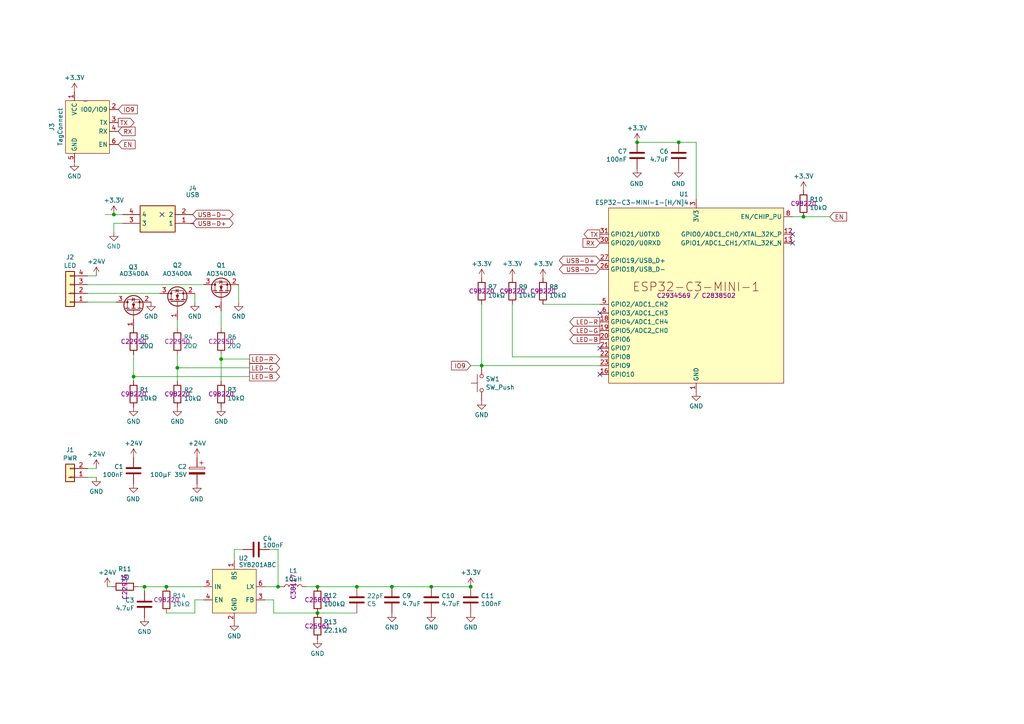
<source format=kicad_sch>
(kicad_sch (version 20250114) (generator "eeschema") (generator_version "9.0")
  (paper "A4")
  (lib_symbols
    (symbol "BM04B-SRSS-TB_LF__SN_:BM04B-SRSS-TB_LF__SN_"
      (property "Reference" "J" (at 16.51 7.62 0))
      (property "Value" "BM04B-SRSS-TB_LF__SN_" (at 16.51 5.08 0))
      (symbol "BM04B-SRSS-TB_LF__SN__1_1"
        (rectangle (start 5.08 2.54) (end 15.24 -5.08) (stroke (width 0.254)) (fill (type background)))
        (pin passive line (at 0 0 0) (length 5.08) (name "1") (number "1"))
        (pin passive line (at 0 -2.54 0) (length 5.08) (name "2") (number "2"))
        (pin passive line (at 20.32 0 180) (length 5.08) (name "3") (number "3"))
        (pin passive line (at 20.32 -2.54 180) (length 5.08) (name "4") (number "4"))
      )
    )
    (symbol "Connector_Generic:Conn_01x02" (pin_names (offset 1.016) (hide yes))
      (property "Reference" "J" (at 0 2.54 0))
      (property "Value" "Conn_01x02" (at 0 -5.08 0))
      (symbol "Conn_01x02_1_1"
        (rectangle (start -1.27 1.27) (end 1.27 -3.81) (stroke (width 0.254)) (fill (type background)))
        (rectangle (start -1.27 0.127) (end 0 -0.127) (stroke (width 0.1524)))
        (rectangle (start -1.27 -2.413) (end 0 -2.667) (stroke (width 0.1524)))
        (pin passive line (at -5.08 0 0) (length 3.81) (name "Pin_1") (number "1"))
        (pin passive line (at -5.08 -2.54 0) (length 3.81) (name "Pin_2") (number "2"))
      )
    )
    (symbol "Connector_Generic:Conn_01x04" (pin_names (offset 1.016) (hide yes))
      (property "Reference" "J" (at 0 5.08 0))
      (property "Value" "Conn_01x04" (at 0 -7.62 0))
      (symbol "Conn_01x04_1_1"
        (rectangle (start -1.27 3.81) (end 1.27 -6.35) (stroke (width 0.254)) (fill (type background)))
        (rectangle (start -1.27 2.667) (end 0 2.413) (stroke (width 0.1524)))
        (rectangle (start -1.27 0.127) (end 0 -0.127) (stroke (width 0.1524)))
        (rectangle (start -1.27 -2.413) (end 0 -2.667) (stroke (width 0.1524)))
        (rectangle (start -1.27 -4.953) (end 0 -5.207) (stroke (width 0.1524)))
        (pin passive line (at -5.08 2.54 0) (length 3.81) (name "Pin_1") (number "1"))
        (pin passive line (at -5.08 0 0) (length 3.81) (name "Pin_2") (number "2"))
        (pin passive line (at -5.08 -2.54 0) (length 3.81) (name "Pin_3") (number "3"))
        (pin passive line (at -5.08 -5.08 0) (length 3.81) (name "Pin_4") (number "4"))
      )
    )
    (symbol "Device:C" (pin_numbers (hide yes)) (pin_names (offset 0.254))
      (property "Reference" "C" (at 0.635 2.54 0))
      (property "Value" "C" (at 0.635 -2.54 0))
      (symbol "C_0_1"
        (polyline (pts (xy -2.032 0.762) (xy 2.032 0.762)) (stroke (width 0.508)))
        (polyline (pts (xy -2.032 -0.762) (xy 2.032 -0.762)) (stroke (width 0.508)))
      )
      (symbol "C_1_1"
        (pin passive line (at 0 3.81 270) (length 2.794) (name "~") (number "1"))
        (pin passive line (at 0 -3.81 90) (length 2.794) (name "~") (number "2"))
      )
    )
    (symbol "Device:C_Polarized" (pin_numbers (hide yes)) (pin_names (offset 0.254))
      (property "Reference" "C" (at 0.635 2.54 0))
      (property "Value" "C_Polarized" (at 0.635 -2.54 0))
      (symbol "C_Polarized_0_1"
        (rectangle (start -2.286 0.508) (end 2.286 1.016))
        (polyline (pts (xy -1.778 2.286) (xy -0.762 2.286)))
        (polyline (pts (xy -1.27 2.794) (xy -1.27 1.778)))
        (rectangle (start 2.286 -0.508) (end -2.286 -1.016) (fill (type outline)))
      )
      (symbol "C_Polarized_1_1"
        (pin passive line (at 0 3.81 270) (length 2.794) (name "~") (number "1"))
        (pin passive line (at 0 -3.81 90) (length 2.794) (name "~") (number "2"))
      )
    )
    (symbol "Device:L" (pin_numbers (hide yes)) (pin_names (offset 1.016) (hide yes))
      (property "Reference" "L" (at -1.27 0 90))
      (property "Value" "L" (at 1.905 0 90))
      (symbol "L_0_1"
        (arc (start 0 2.54) (mid 0.6323 1.905) (end 0 1.27))
        (arc (start 0 1.27) (mid 0.6323 0.635) (end 0 0))
        (arc (start 0 0) (mid 0.6323 -0.635) (end 0 -1.27))
        (arc (start 0 -1.27) (mid 0.6323 -1.905) (end 0 -2.54))
      )
      (symbol "L_1_1"
        (pin passive line (at 0 3.81 270) (length 1.27) (name "1") (number "1"))
        (pin passive line (at 0 -3.81 90) (length 1.27) (name "2") (number "2"))
      )
    )
    (symbol "Device:R" (pin_numbers (hide yes)) (pin_names (offset 0))
      (property "Reference" "R" (at 2.032 0 90))
      (property "Value" "R" (at 0 0 90))
      (symbol "R_0_1"
        (rectangle (start -1.016 -2.54) (end 1.016 2.54) (stroke (width 0.254)))
      )
      (symbol "R_1_1"
        (pin passive line (at 0 3.81 270) (length 1.27) (name "~") (number "1"))
        (pin passive line (at 0 -3.81 90) (length 1.27) (name "~") (number "2"))
      )
    )
    (symbol "PCM_Espressif:ESP32-C3-MINI-1"
      (property "Reference" "U" (at -25.4 30.48 0))
      (property "Value" "ESP32-C3-MINI-1" (at -25.4 27.94 0))
      (symbol "ESP32-C3-MINI-1_0_0"
        (text "ESP32-C3-MINI-1" (at 0 2.54 0) (effects (font (size 2.54 2.54))))
      )
      (symbol "ESP32-C3-MINI-1_0_1"
        (rectangle (start -25.4 25.4) (end 25.4 -25.4) (fill (type background)))
      )
      (symbol "ESP32-C3-MINI-1_1_1"
        (pin input line (at -27.94 22.86 0) (length 2.54) (name "EN/CHIP_PU") (number "8"))
        (pin bidirectional line (at -27.94 17.78 0) (length 2.54) (name "GPIO0/ADC1_CH0/XTAL_32K_P") (number "12"))
        (pin bidirectional line (at -27.94 15.24 0) (length 2.54) (name "GPIO1/ADC1_CH1/XTAL_32K_N") (number "13"))
        (pin no_connect line (at -25.4 10.16 0) (length 2.54) (hide yes) (name "NC") (number "4"))
        (pin no_connect line (at -25.4 7.62 0) (length 2.54) (hide yes) (name "NC") (number "7"))
        (pin no_connect line (at -25.4 5.08 0) (length 2.54) (hide yes) (name "NC") (number "9"))
        (pin no_connect line (at -25.4 2.54 0) (length 2.54) (hide yes) (name "NC") (number "10"))
        (pin no_connect line (at -25.4 0 0) (length 2.54) (hide yes) (name "NC") (number "15"))
        (pin no_connect line (at -25.4 -2.54 0) (length 2.54) (hide yes) (name "NC") (number "17"))
        (pin no_connect line (at -25.4 -5.08 0) (length 2.54) (hide yes) (name "NC") (number "24"))
        (pin no_connect line (at -25.4 -7.62 0) (length 2.54) (hide yes) (name "NC") (number "25"))
        (pin no_connect line (at -25.4 -10.16 0) (length 2.54) (hide yes) (name "NC") (number "28"))
        (pin no_connect line (at -25.4 -12.7 0) (length 2.54) (hide yes) (name "NC") (number "29"))
        (pin no_connect line (at -25.4 -15.24 0) (length 2.54) (hide yes) (name "NC") (number "32"))
        (pin no_connect line (at -25.4 -17.78 0) (length 2.54) (hide yes) (name "NC") (number "33"))
        (pin no_connect line (at -25.4 -20.32 0) (length 2.54) (hide yes) (name "NC") (number "34"))
        (pin no_connect line (at -25.4 -22.86 0) (length 2.54) (hide yes) (name "NC") (number "35"))
        (pin power_in line (at 0 27.94 270) (length 2.54) (name "3V3") (number "3"))
        (pin power_in line (at 0 -27.94 90) (length 2.54) (name "GND") (number "1"))
        (pin passive line (at 0 -27.94 90) (length 2.54) (hide yes) (name "GND") (number "11"))
        (pin passive line (at 0 -27.94 90) (length 2.54) (hide yes) (name "GND") (number "14"))
        (pin passive line (at 0 -27.94 90) (length 2.54) (hide yes) (name "GND") (number "2"))
        (pin passive line (at 0 -27.94 90) (length 2.54) (hide yes) (name "GND") (number "36"))
        (pin passive line (at 0 -27.94 90) (length 2.54) (hide yes) (name "GND") (number "37"))
        (pin passive line (at 0 -27.94 90) (length 2.54) (hide yes) (name "GND") (number "38"))
        (pin passive line (at 0 -27.94 90) (length 2.54) (hide yes) (name "GND") (number "39"))
        (pin passive line (at 0 -27.94 90) (length 2.54) (hide yes) (name "GND") (number "40"))
        (pin passive line (at 0 -27.94 90) (length 2.54) (hide yes) (name "GND") (number "41"))
        (pin passive line (at 0 -27.94 90) (length 2.54) (hide yes) (name "GND") (number "42"))
        (pin passive line (at 0 -27.94 90) (length 2.54) (hide yes) (name "GND") (number "43"))
        (pin passive line (at 0 -27.94 90) (length 2.54) (hide yes) (name "GND") (number "44"))
        (pin passive line (at 0 -27.94 90) (length 2.54) (hide yes) (name "GND") (number "45"))
        (pin passive line (at 0 -27.94 90) (length 2.54) (hide yes) (name "GND") (number "46"))
        (pin passive line (at 0 -27.94 90) (length 2.54) (hide yes) (name "GND") (number "47"))
        (pin passive line (at 0 -27.94 90) (length 2.54) (hide yes) (name "GND") (number "48"))
        (pin passive line (at 0 -27.94 90) (length 2.54) (hide yes) (name "GND") (number "49"))
        (pin passive line (at 0 -27.94 90) (length 2.54) (hide yes) (name "GND") (number "50"))
        (pin passive line (at 0 -27.94 90) (length 2.54) (hide yes) (name "GND") (number "51"))
        (pin passive line (at 0 -27.94 90) (length 2.54) (hide yes) (name "GND") (number "52"))
        (pin passive line (at 0 -27.94 90) (length 2.54) (hide yes) (name "GND") (number "53"))
        (pin bidirectional line (at 27.94 17.78 180) (length 2.54) (name "GPIO21/U0TXD") (number "31"))
        (pin bidirectional line (at 27.94 15.24 180) (length 2.54) (name "GPIO20/U0RXD") (number "30"))
        (pin bidirectional line (at 27.94 10.16 180) (length 2.54) (name "GPIO19/USB_D+") (number "27"))
        (pin bidirectional line (at 27.94 7.62 180) (length 2.54) (name "GPIO18/USB_D-") (number "26"))
        (pin bidirectional line (at 27.94 -2.54 180) (length 2.54) (name "GPIO2/ADC1_CH2") (number "5"))
        (pin bidirectional line (at 27.94 -5.08 180) (length 2.54) (name "GPIO3/ADC1_CH3") (number "6"))
        (pin bidirectional line (at 27.94 -7.62 180) (length 2.54) (name "GPIO4/ADC1_CH4") (number "18"))
        (pin bidirectional line (at 27.94 -10.16 180) (length 2.54) (name "GPIO5/ADC2_CH0") (number "19"))
        (pin bidirectional line (at 27.94 -12.7 180) (length 2.54) (name "GPIO6") (number "20"))
        (pin bidirectional line (at 27.94 -15.24 180) (length 2.54) (name "GPIO7") (number "21"))
        (pin bidirectional line (at 27.94 -17.78 180) (length 2.54) (name "GPIO8") (number "22"))
        (pin bidirectional line (at 27.94 -20.32 180) (length 2.54) (name "GPIO9") (number "23"))
        (pin bidirectional line (at 27.94 -22.86 180) (length 2.54) (name "GPIO10") (number "16"))
      )
    )
    (symbol "Switch:SW_Push" (pin_numbers (hide yes)) (pin_names (offset 1.016) (hide yes))
      (property "Reference" "SW" (at 1.27 2.54 0))
      (property "Value" "SW_Push" (at 0 -1.524 0))
      (symbol "SW_Push_0_1"
        (circle (center -2.032 0) (radius 0.508))
        (polyline (pts (xy 0 1.27) (xy 0 3.048)))
        (circle (center 2.032 0) (radius 0.508))
        (polyline (pts (xy 2.54 1.27) (xy -2.54 1.27)))
        (pin passive line (at -5.08 0 0) (length 2.54) (name "1") (number "1"))
        (pin passive line (at 5.08 0 180) (length 2.54) (name "2") (number "2"))
      )
    )
    (symbol "Transistor_FET:AO3400A" (pin_names (hide yes))
      (property "Reference" "Q" (at 5.08 1.905 0))
      (property "Value" "AO3400A" (at 5.08 0 0))
      (symbol "AO3400A_0_1"
        (polyline (pts (xy 0.254 1.905) (xy 0.254 -1.905)) (stroke (width 0.254)))
        (polyline (pts (xy 0.254 0) (xy -2.54 0)))
        (polyline (pts (xy 0.762 2.286) (xy 0.762 1.27)) (stroke (width 0.254)))
        (polyline (pts (xy 0.762 0.508) (xy 0.762 -0.508)) (stroke (width 0.254)))
        (polyline (pts (xy 0.762 -1.27) (xy 0.762 -2.286)) (stroke (width 0.254)))
        (polyline (pts (xy 0.762 -1.778) (xy 3.302 -1.778) (xy 3.302 1.778) (xy 0.762 1.778)))
        (polyline (pts (xy 1.016 0) (xy 2.032 0.381) (xy 2.032 -0.381) (xy 1.016 0)) (fill (type outline)))
        (circle (center 1.651 0) (radius 2.794) (stroke (width 0.254)))
        (polyline (pts (xy 2.54 2.54) (xy 2.54 1.778)))
        (circle (center 2.54 1.778) (radius 0.254) (fill (type outline)))
        (circle (center 2.54 -1.778) (radius 0.254) (fill (type outline)))
        (polyline (pts (xy 2.54 -2.54) (xy 2.54 0) (xy 0.762 0)))
        (polyline (pts (xy 2.794 0.508) (xy 2.921 0.381) (xy 3.683 0.381) (xy 3.81 0.254)))
        (polyline (pts (xy 3.302 0.381) (xy 2.921 -0.254) (xy 3.683 -0.254) (xy 3.302 0.381)))
      )
      (symbol "AO3400A_1_1"
        (pin input line (at -5.08 0 0) (length 2.54) (name "G") (number "1"))
        (pin passive line (at 2.54 5.08 270) (length 2.54) (name "D") (number "3"))
        (pin passive line (at 2.54 -5.08 90) (length 2.54) (name "S") (number "2"))
      )
    )
    (symbol "caffeinated-labs:SY8201"
      (property "Reference" "U" (at 1.27 4.445 0))
      (property "Value" "SY8201ABC" (at 1.27 2.54 0))
      (symbol "SY8201_0_0"
        (pin power_in line (at -8.89 -3.81 0) (length 2.54) (name "IN") (number "5"))
        (pin input line (at -8.89 -7.62 0) (length 2.54) (name "EN") (number "4"))
        (pin input line (at 0 3.81 270) (length 2.54) (name "BS") (number "1"))
        (pin power_in line (at 0 -13.97 90) (length 2.54) (name "GND") (number "2"))
        (pin power_out line (at 8.89 -3.81 180) (length 2.54) (name "LX") (number "6"))
        (pin input line (at 8.89 -7.62 180) (length 2.54) (name "FB") (number "3"))
      )
      (symbol "SY8201_1_1"
        (rectangle (start -6.35 1.27) (end 6.35 -11.43) (fill (type background)))
      )
    )
    (symbol "caffeinated-labs:Tag-Connect-ESP"
      (property "Reference" "J" (at 0 1.27 0))
      (symbol "Tag-Connect-ESP_0_0"
        (pin power_in line (at -3.175 2.54 270) (length 2.54) (name "VCC") (number "1"))
        (pin power_in line (at -3.175 -17.78 90) (length 2.54) (name "GND") (number "5"))
      )
      (symbol "Tag-Connect-ESP_0_1"
        (rectangle (start -5.715 0) (end 6.985 -15.24) (fill (type background)))
      )
      (symbol "Tag-Connect-ESP_1_0"
        (pin output line (at 9.525 -2.54 180) (length 2.54) (name "IO0/IO9") (number "2"))
        (pin output line (at 9.525 -6.35 180) (length 2.54) (name "TX") (number "3"))
        (pin input line (at 9.525 -8.89 180) (length 2.54) (name "RX") (number "4"))
        (pin output line (at 9.525 -12.7 180) (length 2.54) (name "EN") (number "6"))
      )
    )
    (symbol "power:+24V" (power) (pin_names (offset 0))
      (property "Value" "+24V" (at 0 3.556 0))
      (symbol "+24V_0_1"
        (polyline (pts (xy -0.762 1.27) (xy 0 2.54)))
        (polyline (pts (xy 0 2.54) (xy 0.762 1.27)))
        (polyline (pts (xy 0 0) (xy 0 2.54)))
      )
      (symbol "+24V_1_1"
        (pin power_in line (at 0 0 90) (length 0) (hide yes) (name "+24V") (number "1"))
      )
    )
    (symbol "power:+3.3V" (power) (pin_names (offset 0))
      (property "Value" "+3.3V" (at 0 3.556 0))
      (symbol "+3.3V_0_1"
        (polyline (pts (xy -0.762 1.27) (xy 0 2.54)))
        (polyline (pts (xy 0 2.54) (xy 0.762 1.27)))
        (polyline (pts (xy 0 0) (xy 0 2.54)))
      )
      (symbol "+3.3V_1_1"
        (pin power_in line (at 0 0 90) (length 0) (hide yes) (name "+3.3V") (number "1"))
      )
    )
    (symbol "power:GND" (power) (pin_names (offset 0))
      (property "Value" "GND" (at 0 -3.81 0))
      (symbol "GND_0_1"
        (polyline (pts (xy 0 0) (xy 0 -1.27) (xy 1.27 -1.27) (xy 0 -2.54) (xy -1.27 -1.27) (xy 0 -1.27)))
      )
      (symbol "GND_1_1"
        (pin power_in line (at 0 0 270) (length 0) (hide yes) (name "GND") (number "1"))
      )
    )
  )
  (junction (at 139.7 106.045))
  (junction (at 41.91 170.18))
  (junction (at 233.045 62.865))
  (junction (at 64.135 104.14))
  (junction (at 136.525 170.18))
  (junction (at 113.665 170.18))
  (junction (at 33.02 62.23))
  (junction (at 103.505 170.18))
  (junction (at 92.075 177.8))
  (junction (at 125.095 170.18))
  (junction (at 38.735 109.22))
  (junction (at 196.85 41.275))
  (junction (at 184.785 41.275))
  (junction (at 51.435 106.68))
  (junction (at 92.075 170.18))
  (junction (at 48.26 170.18))
  (junction (at 80.645 170.18))
  (no_connect (at 173.99 100.965))
  (no_connect (at 229.87 67.945))
  (no_connect (at 173.99 108.585))
  (no_connect (at 229.87 70.485))
  (no_connect (at 173.99 90.805))
  (no_connect (at 46.99 62.23))
  (wire (pts (xy 79.375 173.99) (xy 76.835 173.99)))
  (wire (pts (xy 25.4 82.55) (xy 59.055 82.55)))
  (wire (pts (xy 25.4 135.89) (xy 27.94 135.89)))
  (wire (pts (xy 48.26 170.18) (xy 59.055 170.18)))
  (wire (pts (xy 40.005 170.18) (xy 41.91 170.18)))
  (wire (pts (xy 51.435 102.87) (xy 51.435 106.68)))
  (wire (pts (xy 25.4 138.43) (xy 27.94 138.43)))
  (wire (pts (xy 201.93 57.785) (xy 201.93 41.275)))
  (wire (pts (xy 51.435 106.68) (xy 72.39 106.68)))
  (wire (pts (xy 33.02 64.77) (xy 33.02 67.31)))
  (wire (pts (xy 64.135 104.14) (xy 72.39 104.14)))
  (wire (pts (xy 56.515 173.99) (xy 59.055 173.99)))
  (wire (pts (xy 38.735 109.22) (xy 72.39 109.22)))
  (wire (pts (xy 48.26 177.8) (xy 56.515 177.8)))
  (wire (pts (xy 233.045 62.865) (xy 240.665 62.865)))
  (wire (pts (xy 64.135 102.87) (xy 64.135 104.14)))
  (wire (pts (xy 56.515 85.09) (xy 56.515 87.63)))
  (wire (pts (xy 79.375 177.8) (xy 92.075 177.8)))
  (wire (pts (xy 25.4 87.63) (xy 33.655 87.63)))
  (wire (pts (xy 38.735 109.22) (xy 38.735 110.49)))
  (wire (pts (xy 76.835 170.18) (xy 80.645 170.18)))
  (wire (pts (xy 136.525 106.045) (xy 139.7 106.045)))
  (wire (pts (xy 33.02 62.23) (xy 35.56 62.23)))
  (wire (pts (xy 38.735 102.87) (xy 38.735 109.22)))
  (wire (pts (xy 41.91 170.18) (xy 48.26 170.18)))
  (wire (pts (xy 69.215 82.55) (xy 69.215 87.63)))
  (wire (pts (xy 79.375 177.8) (xy 79.375 173.99)))
  (wire (pts (xy 80.645 159.385) (xy 80.645 170.18)))
  (wire (pts (xy 30.48 62.23) (xy 33.02 62.23)))
  (wire (pts (xy 25.4 85.09) (xy 46.355 85.09)))
  (wire (pts (xy 103.505 170.18) (xy 113.665 170.18)))
  (wire (pts (xy 67.945 162.56) (xy 67.945 159.385)))
  (wire (pts (xy 31.115 170.18) (xy 32.385 170.18)))
  (wire (pts (xy 67.945 159.385) (xy 70.485 159.385)))
  (wire (pts (xy 51.435 92.71) (xy 51.435 95.25)))
  (wire (pts (xy 80.645 170.18) (xy 81.28 170.18)))
  (wire (pts (xy 184.785 41.275) (xy 196.85 41.275)))
  (wire (pts (xy 139.7 106.045) (xy 173.99 106.045)))
  (wire (pts (xy 51.435 106.68) (xy 51.435 110.49)))
  (wire (pts (xy 78.105 159.385) (xy 80.645 159.385)))
  (wire (pts (xy 201.93 41.275) (xy 196.85 41.275)))
  (wire (pts (xy 229.87 62.865) (xy 233.045 62.865)))
  (wire (pts (xy 25.4 80.01) (xy 27.94 80.01)))
  (wire (pts (xy 139.7 88.265) (xy 139.7 106.045)))
  (wire (pts (xy 157.48 88.265) (xy 173.99 88.265)))
  (wire (pts (xy 148.59 103.505) (xy 173.99 103.505)))
  (wire (pts (xy 64.135 104.14) (xy 64.135 110.49)))
  (wire (pts (xy 125.095 170.18) (xy 136.525 170.18)))
  (wire (pts (xy 113.665 170.18) (xy 125.095 170.18)))
  (wire (pts (xy 92.075 170.18) (xy 103.505 170.18)))
  (wire (pts (xy 33.02 64.77) (xy 35.56 64.77)))
  (wire (pts (xy 88.9 170.18) (xy 92.075 170.18)))
  (wire (pts (xy 148.59 103.505) (xy 148.59 88.265)))
  (wire (pts (xy 41.91 170.18) (xy 41.91 171.45)))
  (wire (pts (xy 64.135 90.17) (xy 64.135 95.25)))
  (wire (pts (xy 92.075 177.8) (xy 103.505 177.8)))
  (wire (pts (xy 56.515 177.8) (xy 56.515 173.99)))
  (global_label "RX" (shape input) (at 34.29 38.1 0) (property "Intersheetrefs" "${INTERSHEET_REFS}" (effects (hide yes))))
  (global_label "IO9" (shape input) (at 34.29 31.75 0) (property "Intersheetrefs" "${INTERSHEET_REFS}" (effects (hide yes))))
  (global_label "LED-R" (shape output) (at 173.99 93.345 180) (property "Intersheetrefs" "${INTERSHEET_REFS}" (effects (hide yes))))
  (global_label "EN" (shape input) (at 240.665 62.865 0) (property "Intersheetrefs" "${INTERSHEET_REFS}" (effects (hide yes))))
  (global_label "USB-D+" (shape bidirectional) (at 55.88 64.77 0) (property "Intersheetrefs" "${INTERSHEET_REFS}" (effects (hide yes))))
  (global_label "USB-D-" (shape bidirectional) (at 173.99 78.105 180) (property "Intersheetrefs" "${INTERSHEET_REFS}" (effects (hide yes))))
  (global_label "RX" (shape input) (at 173.99 70.485 180) (property "Intersheetrefs" "${INTERSHEET_REFS}" (effects (hide yes))))
  (global_label "LED-R" (shape output) (at 72.39 104.14 0) (property "Intersheetrefs" "${INTERSHEET_REFS}" (effects (hide yes))))
  (global_label "EN" (shape input) (at 34.29 41.91 0) (property "Intersheetrefs" "${INTERSHEET_REFS}" (effects (hide yes))))
  (global_label "LED-B" (shape output) (at 72.39 109.22 0) (property "Intersheetrefs" "${INTERSHEET_REFS}" (effects (hide yes))))
  (global_label "USB-D-" (shape bidirectional) (at 55.88 62.23 0) (property "Intersheetrefs" "${INTERSHEET_REFS}" (effects (hide yes))))
  (global_label "LED-G" (shape output) (at 173.99 95.885 180) (property "Intersheetrefs" "${INTERSHEET_REFS}" (effects (hide yes))))
  (global_label "TX" (shape output) (at 34.29 35.56 0) (property "Intersheetrefs" "${INTERSHEET_REFS}" (effects (hide yes))))
  (global_label "LED-B" (shape output) (at 173.99 98.425 180) (property "Intersheetrefs" "${INTERSHEET_REFS}" (effects (hide yes))))
  (global_label "LED-G" (shape output) (at 72.39 106.68 0) (property "Intersheetrefs" "${INTERSHEET_REFS}" (effects (hide yes))))
  (global_label "TX" (shape output) (at 173.99 67.945 180) (property "Intersheetrefs" "${INTERSHEET_REFS}" (effects (hide yes))))
  (global_label "USB-D+" (shape bidirectional) (at 173.99 75.565 180) (property "Intersheetrefs" "${INTERSHEET_REFS}" (effects (hide yes))))
  (global_label "IO9" (shape input) (at 136.525 106.045 180) (property "Intersheetrefs" "${INTERSHEET_REFS}" (effects (hide yes))))
  (symbol (lib_id "Device:C") (at 136.525 173.99 0) (unit 1)
    (property "Reference" "C11" (at 139.446 172.8216 0) (effects (justify left)))
    (property "Value" "100nF" (at 139.446 175.133 0) (effects (justify left)))
    (property "Footprint" "Capacitor_SMD:C_0603_1608Metric" (effects (hide yes)))
    (property "LCSC" "C14663" (effects (hide yes)))
  )
  (symbol (lib_id "Switch:SW_Push") (at 139.7 111.125 90) (unit 1)
    (property "Reference" "SW1" (at 140.843 109.9129 90) (effects (justify right)))
    (property "Value" "SW_Push" (at 140.843 112.3371 90) (effects (justify right)))
    (property "Footprint" "caffeinated-labs:YTS-C005" (effects (hide yes)))
    (property "Datasheet" "https://datasheet.lcsc.com/lcsc/2111221830_YIYUAN-YTS-C005-2H_C2910751.pdf" (effects (hide yes)))
    (property "LCSC" "C2910748" (effects (hide yes)))
  )
  (symbol (lib_id "Device:C") (at 196.85 45.085 0) (mirror y) (unit 1)
    (property "Reference" "C6" (at 193.929 43.9166 0) (effects (justify left)))
    (property "Value" "4.7uF" (at 193.929 46.228 0) (effects (justify left)))
    (property "Footprint" "Capacitor_SMD:C_0805_2012Metric" (effects (hide yes)))
    (property "LCSC" "C560882" (effects (hide yes)))
  )
  (symbol (lib_id "power:GND") (at 184.785 48.895 0) (mirror y) (unit 1)
    (property "Reference" "#PWR029" (effects (hide yes)))
    (property "Value" "GND" (at 184.658 53.2892 0))
  )
  (symbol (lib_id "power:+3.3V") (at 33.02 62.23 0) (mirror y) (unit 1)
    (property "Reference" "#PWR033" (effects (hide yes)))
    (property "Value" "+3.3V" (at 33.02 58.0969 0))
  )
  (symbol (lib_id "Device:C_Polarized") (at 57.15 136.525 0) (mirror y) (unit 1)
    (property "Reference" "C2" (at 54.229 135.3566 0) (effects (justify left)))
    (property "Value" "100µF 35V" (at 54.229 137.668 0) (effects (justify left)))
    (property "Footprint" "Capacitor_THT:CP_Radial_D6.3mm_P2.50mm" (effects (hide yes)))
    (property "LCSC" "C2831717" (effects (hide yes)))
  )
  (symbol (lib_id "power:GND") (at 38.735 118.11 0) (unit 1)
    (property "Reference" "#PWR04" (effects (hide yes)))
    (property "Value" "GND" (at 38.735 122.2431 0))
  )
  (symbol (lib_id "power:GND") (at 196.85 48.895 0) (mirror y) (unit 1)
    (property "Reference" "#PWR030" (effects (hide yes)))
    (property "Value" "GND" (at 196.723 53.2892 0))
  )
  (symbol (lib_id "Transistor_FET:AO3400A") (at 38.735 90.17 90) (unit 1)
    (property "Reference" "Q3" (at 40.005 77.47 90) (effects (justify left)))
    (property "Value" "AO3400A" (at 43.18 79.375 90) (effects (justify left)))
    (property "Footprint" "Package_TO_SOT_SMD:SOT-23" (effects (hide yes)))
    (property "Datasheet" "http://www.aosmd.com/pdfs/datasheet/AO3400A.pdf" (effects (hide yes)))
    (property "LCSC" "C347475" (effects (hide yes)))
  )
  (symbol (lib_id "power:GND") (at 67.945 180.34 0) (mirror y) (unit 1)
    (property "Reference" "#PWR027" (effects (hide yes)))
    (property "Value" "GND" (at 67.945 184.4731 0))
  )
  (symbol (lib_id "Connector_Generic:Conn_01x04") (at 20.32 85.09 180) (unit 1) (in_bom no)
    (property "Reference" "J2" (at 20.32 74.5957 0))
    (property "Value" "LED" (at 20.32 77.0199 0))
    (property "Footprint" "Connector_PinSocket_2.54mm:PinSocket_1x04_P2.54mm_Vertical" (effects (hide yes)))
    (property "LCSC" "-" (at 20.32 85.09 0))
  )
  (symbol (lib_id "Device:C") (at 74.295 159.385 270) (mirror x) (unit 1)
    (property "Reference" "C4" (at 76.2 156.21 90) (effects (justify left)))
    (property "Value" "100nF" (at 76.2 158.115 90) (effects (justify left)))
    (property "Footprint" "Capacitor_SMD:C_0603_1608Metric" (effects (hide yes)))
    (property "LCSC" "C14663" (effects (hide yes)))
  )
  (symbol (lib_id "power:GND") (at 136.525 177.8 0) (mirror y) (unit 1)
    (property "Reference" "#PWR032" (effects (hide yes)))
    (property "Value" "GND" (at 136.525 181.9331 0))
  )
  (symbol (lib_id "power:GND") (at 139.7 116.205 0) (mirror y) (unit 1)
    (property "Reference" "#PWR012" (effects (hide yes)))
    (property "Value" "GND" (at 139.7 120.3381 0))
  )
  (symbol (lib_id "Transistor_FET:AO3400A") (at 51.435 87.63 90) (unit 1)
    (property "Reference" "Q2" (at 51.435 76.9508 90))
    (property "Value" "AO3400A" (at 51.435 79.375 90))
    (property "Footprint" "Package_TO_SOT_SMD:SOT-23" (effects (hide yes)))
    (property "Datasheet" "http://www.aosmd.com/pdfs/datasheet/AO3400A.pdf" (effects (hide yes)))
    (property "LCSC" "C347475" (effects (hide yes)))
  )
  (symbol (lib_id "Device:R") (at 139.7 84.455 0) (unit 1)
    (property "Reference" "R7" (at 141.478 83.2429 0) (effects (justify left)))
    (property "Value" "10kΩ" (at 141.478 85.6671 0) (effects (justify left)))
    (property "Footprint" "Resistor_SMD:R_0603_1608Metric" (effects (hide yes)))
    (property "LCSC" "C98220" (at 139.7 84.455 0))
  )
  (symbol (lib_id "Connector_Generic:Conn_01x02") (at 20.32 138.43 180) (unit 1) (in_bom no)
    (property "Reference" "J1" (at 20.32 130.4757 0))
    (property "Value" "PWR" (at 20.32 132.8999 0))
    (property "Footprint" "Connector_PinSocket_2.54mm:PinSocket_1x02_P2.54mm_Vertical" (effects (hide yes)))
    (property "LCSC" "-" (at 20.32 138.43 0))
  )
  (symbol (lib_id "Device:C") (at 41.91 175.26 0) (mirror y) (unit 1)
    (property "Reference" "C3" (at 38.989 174.0916 0) (effects (justify left)))
    (property "Value" "4.7uF" (at 38.989 176.403 0) (effects (justify left)))
    (property "Footprint" "Capacitor_SMD:C_0805_2012Metric" (effects (hide yes)))
    (property "LCSC" "C560882" (effects (hide yes)))
  )
  (symbol (lib_id "Device:L") (at 85.09 170.18 90) (unit 1)
    (property "Reference" "L1" (at 85.09 165.5304 90))
    (property "Value" "10uH" (at 85.09 167.9546 90))
    (property "Footprint" "Inductor_SMD:L_Sunlord_SWPA4030S" (effects (hide yes)))
    (property "LCSC" "C38117" (at 85.09 170.18 0))
  )
  (symbol (lib_id "power:GND") (at 21.59 46.99 0) (unit 1)
    (property "Reference" "#PWR015" (effects (hide yes)))
    (property "Value" "GND" (at 21.59 51.1231 0))
  )
  (symbol (lib_id "power:GND") (at 69.215 87.63 0) (unit 1)
    (property "Reference" "#PWR09" (effects (hide yes)))
    (property "Value" "GND" (at 69.215 91.7631 0))
  )
  (symbol (lib_id "PCM_Espressif:ESP32-C3-MINI-1") (at 201.93 85.725 0) (mirror y) (unit 1)
    (property "Reference" "U1" (at 199.7359 56.3077 0) (effects (justify left)))
    (property "Value" "ESP32-C3-MINI-1-[H/N]4" (at 199.7359 58.7319 0) (effects (justify left)))
    (property "Footprint" "PCM_Espressif:ESP32-C3-MINI-1" (effects (hide yes)))
    (property "Datasheet" "https://www.espressif.com/sites/default/files/documentation/esp32-c3-mini-1_datasheet_en.pdf" (effects (hide yes)))
    (property "LCSC" "C2934569 / C2838502" (at 201.93 85.725 0))
  )
  (symbol (lib_id "power:+3.3V") (at 136.525 170.18 0) (unit 1)
    (property "Reference" "#PWR028" (effects (hide yes)))
    (property "Value" "+3.3V" (at 136.525 166.0469 0))
  )
  (symbol (lib_id "Device:R") (at 51.435 114.3 0) (unit 1)
    (property "Reference" "R2" (at 53.34 113.1458 0) (effects (justify left)))
    (property "Value" "10kΩ" (at 53.34 115.57 0) (effects (justify left)))
    (property "Footprint" "Resistor_SMD:R_0603_1608Metric" (effects (hide yes)))
    (property "LCSC" "C98220" (at 51.435 114.3 0))
  )
  (symbol (lib_id "power:+3.3V") (at 233.045 55.245 0) (unit 1)
    (property "Reference" "#PWR018" (effects (hide yes)))
    (property "Value" "+3.3V" (at 233.045 51.1119 0))
  )
  (symbol (lib_id "power:+24V") (at 57.15 132.715 0) (unit 1)
    (property "Reference" "#PWR022" (effects (hide yes)))
    (property "Value" "+24V" (at 57.15 128.5819 0))
  )
  (symbol (lib_id "power:GND") (at 33.02 67.31 0) (unit 1)
    (property "Reference" "#PWR034" (effects (hide yes)))
    (property "Value" "GND" (at 33.02 71.4431 0))
  )
  (symbol (lib_id "power:GND") (at 56.515 87.63 0) (unit 1)
    (property "Reference" "#PWR08" (effects (hide yes)))
    (property "Value" "GND" (at 56.515 91.7631 0))
  )
  (symbol (lib_id "power:GND") (at 113.665 177.8 0) (mirror y) (unit 1)
    (property "Reference" "#PWR025" (effects (hide yes)))
    (property "Value" "GND" (at 113.665 181.9331 0))
  )
  (symbol (lib_id "Device:R") (at 64.135 114.3 0) (unit 1)
    (property "Reference" "R3" (at 65.913 113.0879 0) (effects (justify left)))
    (property "Value" "10kΩ" (at 65.913 115.5121 0) (effects (justify left)))
    (property "Footprint" "Resistor_SMD:R_0603_1608Metric" (effects (hide yes)))
    (property "LCSC" "C98220" (at 64.135 114.3 0))
  )
  (symbol (lib_id "power:GND") (at 57.15 140.335 0) (mirror y) (unit 1)
    (property "Reference" "#PWR020" (effects (hide yes)))
    (property "Value" "GND" (at 57.023 144.7292 0))
  )
  (symbol (lib_id "power:+3.3V") (at 157.48 80.645 0) (unit 1)
    (property "Reference" "#PWR016" (effects (hide yes)))
    (property "Value" "+3.3V" (at 157.48 76.5119 0))
  )
  (symbol (lib_id "caffeinated-labs:SY8201") (at 67.945 166.37 0) (unit 1)
    (property "Reference" "U2" (at 69.215 161.925 0) (effects (justify left)))
    (property "Value" "SY8201ABC" (at 69.215 163.83 0) (effects (justify left)))
    (property "Footprint" "Package_TO_SOT_SMD:SOT-23-6" (effects (hide yes)))
    (property "Datasheet" "https://datasheet.lcsc.com/lcsc/1810161442_Silergy-Corp-SY8201ABC_C108052.pdf" (effects (hide yes)))
    (property "LCSC" "C108052" (effects (hide yes)))
  )
  (symbol (lib_id "Device:R") (at 38.735 99.06 180) (unit 1)
    (property "Reference" "R5" (at 41.91 97.79 0))
    (property "Value" "20Ω" (at 42.545 100.33 0))
    (property "Footprint" "Resistor_SMD:R_0603_1608Metric" (effects (hide yes)))
    (property "LCSC" "C22950" (at 38.735 99.06 0))
  )
  (symbol (lib_id "power:GND") (at 38.735 140.335 0) (mirror y) (unit 1)
    (property "Reference" "#PWR019" (effects (hide yes)))
    (property "Value" "GND" (at 38.608 144.7292 0))
  )
  (symbol (lib_id "Device:C") (at 103.505 173.99 0) (mirror x) (unit 1)
    (property "Reference" "C5" (at 106.426 175.1584 0) (effects (justify left)))
    (property "Value" "22pF" (at 106.426 172.847 0) (effects (justify left)))
    (property "Footprint" "Capacitor_SMD:C_0603_1608Metric" (effects (hide yes)))
    (property "LCSC" "C105620" (effects (hide yes)))
  )
  (symbol (lib_id "power:+24V") (at 27.94 135.89 0) (unit 1)
    (property "Reference" "#PWR01" (effects (hide yes)))
    (property "Value" "+24V" (at 27.94 131.7569 0))
  )
  (symbol (lib_id "Device:R") (at 157.48 84.455 0) (unit 1)
    (property "Reference" "R8" (at 159.258 83.2429 0) (effects (justify left)))
    (property "Value" "10kΩ" (at 159.258 85.6671 0) (effects (justify left)))
    (property "Footprint" "Resistor_SMD:R_0603_1608Metric" (effects (hide yes)))
    (property "LCSC" "C98220" (at 157.48 84.455 0))
  )
  (symbol (lib_id "Device:R") (at 51.435 99.06 180) (unit 1)
    (property "Reference" "R4" (at 54.61 97.79 0))
    (property "Value" "20Ω" (at 55.245 100.33 0))
    (property "Footprint" "Resistor_SMD:R_0603_1608Metric" (effects (hide yes)))
    (property "LCSC" "C22950" (at 51.435 99.06 0))
  )
  (symbol (lib_id "Device:C") (at 113.665 173.99 0) (unit 1)
    (property "Reference" "C9" (at 116.586 172.8216 0) (effects (justify left)))
    (property "Value" "4.7uF" (at 116.586 175.133 0) (effects (justify left)))
    (property "Footprint" "Capacitor_SMD:C_0805_2012Metric" (effects (hide yes)))
    (property "LCSC" "C560882" (effects (hide yes)))
  )
  (symbol (lib_id "power:GND") (at 201.93 113.665 0) (mirror y) (unit 1)
    (property "Reference" "#PWR010" (effects (hide yes)))
    (property "Value" "GND" (at 201.93 117.7981 0))
  )
  (symbol (lib_id "Device:R") (at 92.075 173.99 0) (unit 1)
    (property "Reference" "R12" (at 93.853 172.7779 0) (effects (justify left)))
    (property "Value" "100kΩ" (at 93.853 175.2021 0) (effects (justify left)))
    (property "Footprint" "Resistor_SMD:R_0603_1608Metric" (effects (hide yes)))
    (property "LCSC" "C25803" (at 92.075 173.99 0))
  )
  (symbol (lib_id "power:+24V") (at 27.94 80.01 0) (unit 1)
    (property "Reference" "#PWR03" (effects (hide yes)))
    (property "Value" "+24V" (at 27.94 75.8769 0))
  )
  (symbol (lib_id "Device:C") (at 38.735 136.525 0) (mirror y) (unit 1)
    (property "Reference" "C1" (at 35.814 135.3566 0) (effects (justify left)))
    (property "Value" "100nF" (at 35.814 137.668 0) (effects (justify left)))
    (property "Footprint" "Capacitor_SMD:C_0603_1608Metric" (effects (hide yes)))
    (property "LCSC" "C14663" (effects (hide yes)))
  )
  (symbol (lib_id "Device:C") (at 125.095 173.99 0) (unit 1)
    (property "Reference" "C10" (at 128.016 172.8216 0) (effects (justify left)))
    (property "Value" "4.7uF" (at 128.016 175.133 0) (effects (justify left)))
    (property "Footprint" "Capacitor_SMD:C_0805_2012Metric" (effects (hide yes)))
    (property "LCSC" "C560882" (effects (hide yes)))
  )
  (symbol (lib_id "Device:R") (at 36.195 170.18 90) (unit 1)
    (property "Reference" "R11" (at 36.195 165.0197 90))
    (property "Value" "1Ω" (at 36.195 167.4439 90))
    (property "Footprint" "Resistor_SMD:R_0603_1608Metric" (effects (hide yes)))
    (property "LCSC" "C22936" (at 36.195 170.18 0))
  )
  (symbol (lib_id "Device:R") (at 64.135 99.06 180) (unit 1)
    (property "Reference" "R6" (at 67.31 97.79 0))
    (property "Value" "20Ω" (at 67.945 100.33 0))
    (property "Footprint" "Resistor_SMD:R_0603_1608Metric" (effects (hide yes)))
    (property "LCSC" "C22950" (at 64.135 99.06 0))
  )
  (symbol (lib_id "power:GND") (at 27.94 138.43 0) (unit 1)
    (property "Reference" "#PWR02" (effects (hide yes)))
    (property "Value" "GND" (at 27.94 142.5631 0))
  )
  (symbol (lib_id "power:GND") (at 125.095 177.8 0) (mirror y) (unit 1)
    (property "Reference" "#PWR031" (effects (hide yes)))
    (property "Value" "GND" (at 125.095 181.9331 0))
  )
  (symbol (lib_id "power:GND") (at 43.815 87.63 0) (unit 1)
    (property "Reference" "#PWR07" (effects (hide yes)))
    (property "Value" "GND" (at 43.815 91.7631 0))
  )
  (symbol (lib_id "power:+24V") (at 38.735 132.715 0) (unit 1)
    (property "Reference" "#PWR021" (effects (hide yes)))
    (property "Value" "+24V" (at 38.735 128.5819 0))
  )
  (symbol (lib_id "power:+3.3V") (at 21.59 26.67 0) (mirror y) (unit 1)
    (property "Reference" "#PWR014" (effects (hide yes)))
    (property "Value" "+3.3V" (at 21.59 22.5369 0))
  )
  (symbol (lib_id "Device:R") (at 48.26 173.99 0) (unit 1)
    (property "Reference" "R14" (at 50.038 172.7779 0) (effects (justify left)))
    (property "Value" "10kΩ" (at 50.038 175.2021 0) (effects (justify left)))
    (property "Footprint" "Resistor_SMD:R_0603_1608Metric" (effects (hide yes)))
    (property "LCSC" "C98220" (at 48.26 173.99 0))
  )
  (symbol (lib_id "BM04B-SRSS-TB_LF__SN_:BM04B-SRSS-TB_LF__SN_") (at 55.88 64.77 180) (unit 1)
    (property "Reference" "J4" (at 55.88 54.61 0))
    (property "Value" "USB" (at 55.88 56.515 0))
    (property "Footprint" "JST_SH_BM04B-SRSS-TB_LF__SN__KiCad:BM04B-SRSS-TB_LFSN_" (effects (hide yes)))
    (property "Datasheet" "http://www.jst.fr/core/file.get?path=doc/jst/family/pdf/eSH.pdf" (effects (hide yes)))
    (property "Description" "JST (JAPAN SOLDERLESS TERMINALS) - BM04B-SRSS-TB(LF)(SN) - HEADER, TOP ENTRY, 4WAY" (effects (hide yes)))
    (property "LCSC" "-" (at 55.88 64.77 0))
    (property "Mouser Part Number" "N/A" (effects (hide yes)))
    (property "Mouser Price/Stock" "https://www.mouser.co.uk/ProductDetail/JST-Commercial/BM04B-SRSS-TBLFSN?qs=IKkN%2F947nfAyYAo%252BwvUjeQ%3D%3D" (effects (hide yes)))
    (property "Manufacturer_Name" "JST (JAPAN SOLDERLESS TERMINALS)" (effects (hide yes)))
    (property "Manufacturer_Part_Number" "BM04B-SRSS-TB(LF)(SN)" (effects (hide yes)))
  )
  (symbol (lib_id "power:GND") (at 64.135 118.11 0) (unit 1)
    (property "Reference" "#PWR06" (effects (hide yes)))
    (property "Value" "GND" (at 64.135 122.2431 0))
  )
  (symbol (lib_id "power:GND") (at 51.435 118.11 0) (unit 1)
    (property "Reference" "#PWR05" (effects (hide yes)))
    (property "Value" "GND" (at 51.435 122.2431 0))
  )
  (symbol (lib_id "Device:R") (at 148.59 84.455 0) (unit 1)
    (property "Reference" "R9" (at 150.368 83.2429 0) (effects (justify left)))
    (property "Value" "10kΩ" (at 150.368 85.6671 0) (effects (justify left)))
    (property "Footprint" "Resistor_SMD:R_0603_1608Metric" (effects (hide yes)))
    (property "LCSC" "C98220" (at 148.59 84.455 0))
  )
  (symbol (lib_id "power:+3.3V") (at 184.785 41.275 0) (unit 1)
    (property "Reference" "#PWR013" (effects (hide yes)))
    (property "Value" "+3.3V" (at 184.785 37.1419 0))
  )
  (symbol (lib_id "power:+3.3V") (at 148.59 80.645 0) (unit 1)
    (property "Reference" "#PWR017" (effects (hide yes)))
    (property "Value" "+3.3V" (at 148.59 76.5119 0))
  )
  (symbol (lib_id "Device:R") (at 38.735 114.3 0) (unit 1)
    (property "Reference" "R1" (at 40.513 113.0879 0) (effects (justify left)))
    (property "Value" "10kΩ" (at 40.513 115.5121 0) (effects (justify left)))
    (property "Footprint" "Resistor_SMD:R_0603_1608Metric" (effects (hide yes)))
    (property "LCSC" "C98220" (at 38.735 114.3 0))
  )
  (symbol (lib_id "power:+3.3V") (at 139.7 80.645 0) (unit 1)
    (property "Reference" "#PWR011" (effects (hide yes)))
    (property "Value" "+3.3V" (at 139.7 76.5119 0))
  )
  (symbol (lib_id "power:GND") (at 41.91 179.07 0) (mirror y) (unit 1)
    (property "Reference" "#PWR024" (effects (hide yes)))
    (property "Value" "GND" (at 41.91 183.2031 0))
  )
  (symbol (lib_id "power:GND") (at 92.075 185.42 0) (mirror y) (unit 1)
    (property "Reference" "#PWR026" (effects (hide yes)))
    (property "Value" "GND" (at 92.075 189.5531 0))
  )
  (symbol (lib_id "Device:R") (at 92.075 181.61 0) (unit 1)
    (property "Reference" "R13" (at 93.853 180.3979 0) (effects (justify left)))
    (property "Value" "22.1kΩ" (at 93.853 182.8221 0) (effects (justify left)))
    (property "Footprint" "Resistor_SMD:R_0603_1608Metric" (effects (hide yes)))
    (property "LCSC" "C25961" (at 92.075 181.61 0))
  )
  (symbol (lib_id "caffeinated-labs:Tag-Connect-ESP") (at 24.765 29.21 0) (unit 1) (in_bom no)
    (property "Reference" "J3" (at 15.0327 36.83 90))
    (property "Value" "TagConnect" (at 17.4569 36.83 90))
    (property "Footprint" "Connector:Tag-Connect_TC2030-IDC-NL_2x03_P1.27mm_Vertical" (effects (hide yes)))
    (property "Datasheet" "https://www.tag-connect.com/wp-content/uploads/bsk-pdf-manager/TC2030-CTX_1.pdf" (effects (hide yes)))
    (property "LCSC" "-" (at 24.765 29.21 0))
  )
  (symbol (lib_id "Transistor_FET:AO3400A") (at 64.135 85.09 90) (unit 1)
    (property "Reference" "Q1" (at 64.135 76.9508 90))
    (property "Value" "AO3400A" (at 64.135 79.375 90))
    (property "Footprint" "Package_TO_SOT_SMD:SOT-23" (effects (hide yes)))
    (property "Datasheet" "http://www.aosmd.com/pdfs/datasheet/AO3400A.pdf" (effects (hide yes)))
    (property "LCSC" "C347475" (effects (hide yes)))
  )
  (symbol (lib_id "power:+24V") (at 31.115 170.18 0) (unit 1)
    (property "Reference" "#PWR023" (effects (hide yes)))
    (property "Value" "+24V" (at 31.115 166.0469 0))
  )
  (symbol (lib_id "Device:R") (at 233.045 59.055 0) (unit 1)
    (property "Reference" "R10" (at 234.823 57.8429 0) (effects (justify left)))
    (property "Value" "10kΩ" (at 234.823 60.2671 0) (effects (justify left)))
    (property "Footprint" "Resistor_SMD:R_0603_1608Metric" (effects (hide yes)))
    (property "LCSC" "C98220" (at 233.045 59.055 0))
  )
  (symbol (lib_id "Device:C") (at 184.785 45.085 0) (mirror y) (unit 1)
    (property "Reference" "C7" (at 181.864 43.9166 0) (effects (justify left)))
    (property "Value" "100nF" (at 181.864 46.228 0) (effects (justify left)))
    (property "Footprint" "Capacitor_SMD:C_0603_1608Metric" (effects (hide yes)))
    (property "LCSC" "C14663" (effects (hide yes)))
  )
)
</source>
